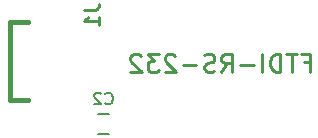
<source format=gbo>
G04 #@! TF.FileFunction,Legend,Bot*
%FSLAX46Y46*%
G04 Gerber Fmt 4.6, Leading zero omitted, Abs format (unit mm)*
G04 Created by KiCad (PCBNEW 4.0.1-stable) date 9/2/2016 3:58:06 PM*
%MOMM*%
G01*
G04 APERTURE LIST*
%ADD10C,0.150000*%
%ADD11C,0.254000*%
%ADD12C,0.381000*%
G04 APERTURE END LIST*
D10*
D11*
X172139429Y-101999143D02*
X172647429Y-101999143D01*
X172647429Y-102797429D02*
X172647429Y-101273429D01*
X171921715Y-101273429D01*
X171558857Y-101273429D02*
X170688000Y-101273429D01*
X171123429Y-102797429D02*
X171123429Y-101273429D01*
X170180000Y-102797429D02*
X170180000Y-101273429D01*
X169817143Y-101273429D01*
X169599428Y-101346000D01*
X169454286Y-101491143D01*
X169381714Y-101636286D01*
X169309143Y-101926571D01*
X169309143Y-102144286D01*
X169381714Y-102434571D01*
X169454286Y-102579714D01*
X169599428Y-102724857D01*
X169817143Y-102797429D01*
X170180000Y-102797429D01*
X168656000Y-102797429D02*
X168656000Y-101273429D01*
X167930286Y-102216857D02*
X166769143Y-102216857D01*
X165172572Y-102797429D02*
X165680572Y-102071714D01*
X166043429Y-102797429D02*
X166043429Y-101273429D01*
X165462857Y-101273429D01*
X165317715Y-101346000D01*
X165245143Y-101418571D01*
X165172572Y-101563714D01*
X165172572Y-101781429D01*
X165245143Y-101926571D01*
X165317715Y-101999143D01*
X165462857Y-102071714D01*
X166043429Y-102071714D01*
X164592000Y-102724857D02*
X164374286Y-102797429D01*
X164011429Y-102797429D01*
X163866286Y-102724857D01*
X163793715Y-102652286D01*
X163721143Y-102507143D01*
X163721143Y-102362000D01*
X163793715Y-102216857D01*
X163866286Y-102144286D01*
X164011429Y-102071714D01*
X164301715Y-101999143D01*
X164446857Y-101926571D01*
X164519429Y-101854000D01*
X164592000Y-101708857D01*
X164592000Y-101563714D01*
X164519429Y-101418571D01*
X164446857Y-101346000D01*
X164301715Y-101273429D01*
X163938857Y-101273429D01*
X163721143Y-101346000D01*
X163068000Y-102216857D02*
X161906857Y-102216857D01*
X161253714Y-101418571D02*
X161181143Y-101346000D01*
X161036000Y-101273429D01*
X160673143Y-101273429D01*
X160528000Y-101346000D01*
X160455429Y-101418571D01*
X160382857Y-101563714D01*
X160382857Y-101708857D01*
X160455429Y-101926571D01*
X161326286Y-102797429D01*
X160382857Y-102797429D01*
X159874857Y-101273429D02*
X158931428Y-101273429D01*
X159439428Y-101854000D01*
X159221714Y-101854000D01*
X159076571Y-101926571D01*
X159004000Y-101999143D01*
X158931428Y-102144286D01*
X158931428Y-102507143D01*
X159004000Y-102652286D01*
X159076571Y-102724857D01*
X159221714Y-102797429D01*
X159657142Y-102797429D01*
X159802285Y-102724857D01*
X159874857Y-102652286D01*
X158350856Y-101418571D02*
X158278285Y-101346000D01*
X158133142Y-101273429D01*
X157770285Y-101273429D01*
X157625142Y-101346000D01*
X157552571Y-101418571D01*
X157479999Y-101563714D01*
X157479999Y-101708857D01*
X157552571Y-101926571D01*
X158423428Y-102797429D01*
X157479999Y-102797429D01*
D12*
X147269200Y-105153460D02*
X148770340Y-105153460D01*
X147269200Y-98554540D02*
X148770340Y-98554540D01*
X147269200Y-105153460D02*
X147269200Y-98554540D01*
D10*
X154694000Y-106338000D02*
X155694000Y-106338000D01*
X155694000Y-108038000D02*
X154694000Y-108038000D01*
D11*
X153558724Y-97569867D02*
X154465867Y-97569867D01*
X154647295Y-97509391D01*
X154768248Y-97388439D01*
X154828724Y-97207010D01*
X154828724Y-97086058D01*
X154828724Y-98839867D02*
X154828724Y-98114153D01*
X154828724Y-98477010D02*
X153558724Y-98477010D01*
X153740152Y-98356058D01*
X153861105Y-98235105D01*
X153921581Y-98114153D01*
D10*
X155360666Y-105445143D02*
X155408285Y-105492762D01*
X155551142Y-105540381D01*
X155646380Y-105540381D01*
X155789238Y-105492762D01*
X155884476Y-105397524D01*
X155932095Y-105302286D01*
X155979714Y-105111810D01*
X155979714Y-104968952D01*
X155932095Y-104778476D01*
X155884476Y-104683238D01*
X155789238Y-104588000D01*
X155646380Y-104540381D01*
X155551142Y-104540381D01*
X155408285Y-104588000D01*
X155360666Y-104635619D01*
X154979714Y-104635619D02*
X154932095Y-104588000D01*
X154836857Y-104540381D01*
X154598761Y-104540381D01*
X154503523Y-104588000D01*
X154455904Y-104635619D01*
X154408285Y-104730857D01*
X154408285Y-104826095D01*
X154455904Y-104968952D01*
X155027333Y-105540381D01*
X154408285Y-105540381D01*
M02*

</source>
